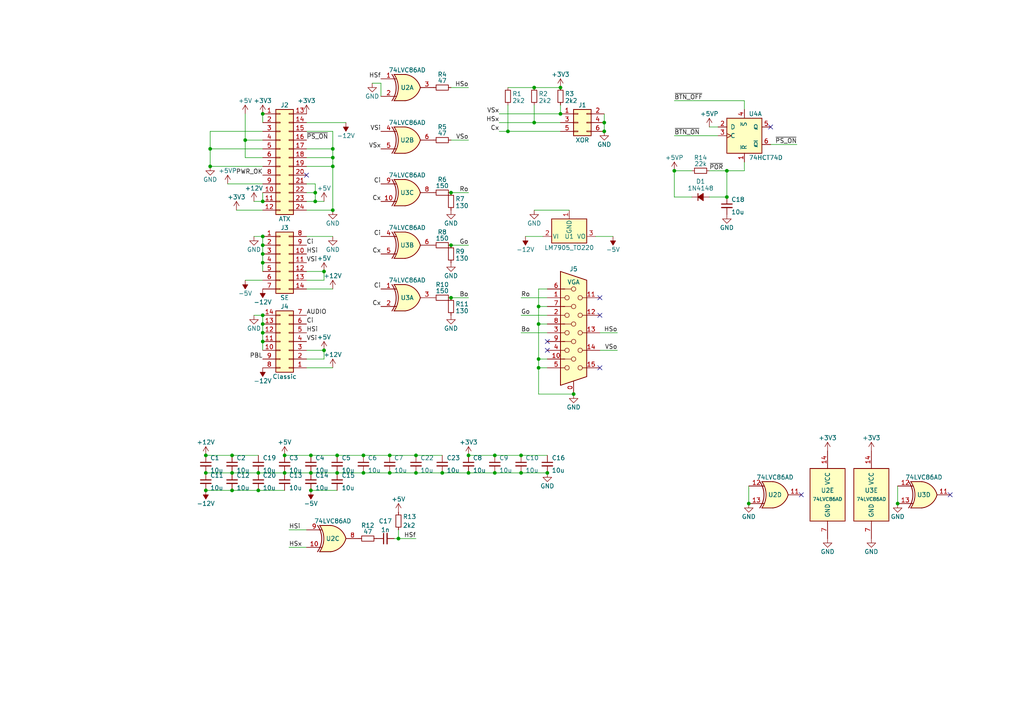
<source format=kicad_sch>
(kicad_sch (version 20230121) (generator eeschema)
  (paper "A4")
  (lib_symbols
    (symbol "+5VP_1" (power) (pin_names (offset 0))
      (property "Value" "+5VP_1" (at 0 3.556 0))
      (symbol "+5VP_1_1_1"
        (pin power_in line (at 0 0 90) (length 0) hide (name "+5VP") (number "1"))
      )
    )
    (symbol "74xx:74LS74" (pin_names (offset 1.016))
      (property "Reference" "U" (at -7.62 8.89 0))
      (property "Value" "74LS74" (at -7.62 -8.89 0))
      (symbol "74LS74_1_0"
        (pin input line (at 0 -7.62 90) (length 2.54) (name "~{R}") (number "1"))
        (pin input line (at -7.62 2.54 0) (length 2.54) (name "D") (number "2"))
        (pin input clock (at -7.62 0 0) (length 2.54) (name "C") (number "3"))
        (pin input line (at 0 7.62 270) (length 2.54) (name "~{S}") (number "4"))
        (pin output line (at 7.62 2.54 180) (length 2.54) (name "Q") (number "5"))
        (pin output line (at 7.62 -2.54 180) (length 2.54) (name "~{Q}") (number "6"))
      )
      (symbol "74LS74_2_0"
        (pin input line (at 0 7.62 270) (length 2.54) (name "~{S}") (number "10"))
        (pin input clock (at -7.62 0 0) (length 2.54) (name "C") (number "11"))
        (pin input line (at -7.62 2.54 0) (length 2.54) (name "D") (number "12"))
        (pin input line (at 0 -7.62 90) (length 2.54) (name "~{R}") (number "13"))
        (pin output line (at 7.62 -2.54 180) (length 2.54) (name "~{Q}") (number "8"))
        (pin output line (at 7.62 2.54 180) (length 2.54) (name "Q") (number "9"))
      )
      (symbol "74LS74_3_0"
        (pin power_in line (at 0 10.16 270) (length 2.54) (name "VCC") (number "14"))
        (pin power_in line (at 0 -10.16 90) (length 2.54) (name "GND") (number "7"))
      )
    )
    (symbol "74xx:74LS86" (pin_names (offset 1.016))
      (property "Reference" "U" (at 0 1.27 0))
      (property "Value" "74LS86" (at 0 -1.27 0))
      (symbol "74LS86_1_0"
        (pin input line (at -7.62 2.54 0) (length 4.445) (name "~") (number "1"))
        (pin input line (at -7.62 -2.54 0) (length 4.445) (name "~") (number "2"))
        (pin output line (at 7.62 0 180) (length 3.81) (name "~") (number "3"))
      )
      (symbol "74LS86_2_0"
        (pin input line (at -7.62 2.54 0) (length 4.445) (name "~") (number "4"))
        (pin input line (at -7.62 -2.54 0) (length 4.445) (name "~") (number "5"))
        (pin output line (at 7.62 0 180) (length 3.81) (name "~") (number "6"))
      )
      (symbol "74LS86_3_0"
        (pin input line (at -7.62 -2.54 0) (length 4.445) (name "~") (number "10"))
        (pin output line (at 7.62 0 180) (length 3.81) (name "~") (number "8"))
        (pin input line (at -7.62 2.54 0) (length 4.445) (name "~") (number "9"))
      )
      (symbol "74LS86_4_0"
        (pin output line (at 7.62 0 180) (length 3.81) (name "~") (number "11"))
        (pin input line (at -7.62 2.54 0) (length 4.445) (name "~") (number "12"))
        (pin input line (at -7.62 -2.54 0) (length 4.445) (name "~") (number "13"))
      )
      (symbol "74LS86_5_0"
        (pin power_in line (at 0 12.7 270) (length 5.08) (name "VCC") (number "14"))
        (pin power_in line (at 0 -12.7 90) (length 5.08) (name "GND") (number "7"))
      )
    )
    (symbol "Connector:DB15_Female_HighDensity_MountingHoles" (pin_names (offset 1.016) hide)
      (property "Reference" "J" (at 0 21.59 0))
      (property "Value" "DB15_Female_HighDensity_MountingHoles" (at 0 19.05 0))
      (symbol "DB15_Female_HighDensity_MountingHoles_1_1"
        (pin passive line (at 0 -17.78 90) (length 3.81) (name "~") (number "0"))
        (pin passive line (at -7.62 10.16 0) (length 5.08) (name "~") (number "1"))
        (pin passive line (at -7.62 -7.62 0) (length 5.08) (name "~") (number "10"))
        (pin passive line (at 7.62 10.16 180) (length 5.08) (name "~") (number "11"))
        (pin passive line (at 7.62 5.08 180) (length 5.08) (name "~") (number "12"))
        (pin passive line (at 7.62 0 180) (length 5.08) (name "~") (number "13"))
        (pin passive line (at 7.62 -5.08 180) (length 5.08) (name "~") (number "14"))
        (pin passive line (at 7.62 -10.16 180) (length 5.08) (name "~") (number "15"))
        (pin passive line (at -7.62 5.08 0) (length 5.08) (name "~") (number "2"))
        (pin passive line (at -7.62 0 0) (length 5.08) (name "~") (number "3"))
        (pin passive line (at -7.62 -5.08 0) (length 5.08) (name "~") (number "4"))
        (pin passive line (at -7.62 -10.16 0) (length 5.08) (name "~") (number "5"))
        (pin passive line (at -7.62 12.7 0) (length 5.08) (name "~") (number "6"))
        (pin passive line (at -7.62 7.62 0) (length 5.08) (name "~") (number "7"))
        (pin passive line (at -7.62 2.54 0) (length 5.08) (name "~") (number "8"))
        (pin passive line (at -7.62 -2.54 0) (length 5.08) (name "~") (number "9"))
      )
    )
    (symbol "Connector_Generic:Conn_02x03_Odd_Even" (pin_names (offset 1.016) hide)
      (property "Reference" "J" (at 1.27 5.08 0))
      (property "Value" "Conn_02x03_Odd_Even" (at 1.27 -5.08 0))
      (symbol "Conn_02x03_Odd_Even_1_1"
        (pin passive line (at -5.08 2.54 0) (length 3.81) (name "Pin_1") (number "1"))
        (pin passive line (at 7.62 2.54 180) (length 3.81) (name "Pin_2") (number "2"))
        (pin passive line (at -5.08 0 0) (length 3.81) (name "Pin_3") (number "3"))
        (pin passive line (at 7.62 0 180) (length 3.81) (name "Pin_4") (number "4"))
        (pin passive line (at -5.08 -2.54 0) (length 3.81) (name "Pin_5") (number "5"))
        (pin passive line (at 7.62 -2.54 180) (length 3.81) (name "Pin_6") (number "6"))
      )
    )
    (symbol "Connector_Generic:Conn_02x07_Top_Bottom" (pin_names (offset 1.016) hide)
      (property "Reference" "J" (at 1.27 10.16 0))
      (property "Value" "Conn_02x07_Top_Bottom" (at 1.27 -10.16 0))
      (symbol "Conn_02x07_Top_Bottom_1_1"
        (pin passive line (at -5.08 7.62 0) (length 3.81) (name "Pin_1") (number "1"))
        (pin passive line (at 7.62 2.54 180) (length 3.81) (name "Pin_10") (number "10"))
        (pin passive line (at 7.62 0 180) (length 3.81) (name "Pin_11") (number "11"))
        (pin passive line (at 7.62 -2.54 180) (length 3.81) (name "Pin_12") (number "12"))
        (pin passive line (at 7.62 -5.08 180) (length 3.81) (name "Pin_13") (number "13"))
        (pin passive line (at 7.62 -7.62 180) (length 3.81) (name "Pin_14") (number "14"))
        (pin passive line (at -5.08 5.08 0) (length 3.81) (name "Pin_2") (number "2"))
        (pin passive line (at -5.08 2.54 0) (length 3.81) (name "Pin_3") (number "3"))
        (pin passive line (at -5.08 0 0) (length 3.81) (name "Pin_4") (number "4"))
        (pin passive line (at -5.08 -2.54 0) (length 3.81) (name "Pin_5") (number "5"))
        (pin passive line (at -5.08 -5.08 0) (length 3.81) (name "Pin_6") (number "6"))
        (pin passive line (at -5.08 -7.62 0) (length 3.81) (name "Pin_7") (number "7"))
        (pin passive line (at 7.62 7.62 180) (length 3.81) (name "Pin_8") (number "8"))
        (pin passive line (at 7.62 5.08 180) (length 3.81) (name "Pin_9") (number "9"))
      )
    )
    (symbol "Connector_Generic:Conn_02x12_Top_Bottom" (pin_names (offset 1.016) hide)
      (property "Reference" "J" (at 1.27 15.24 0))
      (property "Value" "Conn_02x12_Top_Bottom" (at 1.27 -17.78 0))
      (symbol "Conn_02x12_Top_Bottom_1_1"
        (pin passive line (at -5.08 12.7 0) (length 3.81) (name "Pin_1") (number "1"))
        (pin passive line (at -5.08 -10.16 0) (length 3.81) (name "Pin_10") (number "10"))
        (pin passive line (at -5.08 -12.7 0) (length 3.81) (name "Pin_11") (number "11"))
        (pin passive line (at -5.08 -15.24 0) (length 3.81) (name "Pin_12") (number "12"))
        (pin passive line (at 7.62 12.7 180) (length 3.81) (name "Pin_13") (number "13"))
        (pin passive line (at 7.62 10.16 180) (length 3.81) (name "Pin_14") (number "14"))
        (pin passive line (at 7.62 7.62 180) (length 3.81) (name "Pin_15") (number "15"))
        (pin passive line (at 7.62 5.08 180) (length 3.81) (name "Pin_16") (number "16"))
        (pin passive line (at 7.62 2.54 180) (length 3.81) (name "Pin_17") (number "17"))
        (pin passive line (at 7.62 0 180) (length 3.81) (name "Pin_18") (number "18"))
        (pin passive line (at 7.62 -2.54 180) (length 3.81) (name "Pin_19") (number "19"))
        (pin passive line (at -5.08 10.16 0) (length 3.81) (name "Pin_2") (number "2"))
        (pin passive line (at 7.62 -5.08 180) (length 3.81) (name "Pin_20") (number "20"))
        (pin passive line (at 7.62 -7.62 180) (length 3.81) (name "Pin_21") (number "21"))
        (pin passive line (at 7.62 -10.16 180) (length 3.81) (name "Pin_22") (number "22"))
        (pin passive line (at 7.62 -12.7 180) (length 3.81) (name "Pin_23") (number "23"))
        (pin passive line (at 7.62 -15.24 180) (length 3.81) (name "Pin_24") (number "24"))
        (pin passive line (at -5.08 7.62 0) (length 3.81) (name "Pin_3") (number "3"))
        (pin passive line (at -5.08 5.08 0) (length 3.81) (name "Pin_4") (number "4"))
        (pin passive line (at -5.08 2.54 0) (length 3.81) (name "Pin_5") (number "5"))
        (pin passive line (at -5.08 0 0) (length 3.81) (name "Pin_6") (number "6"))
        (pin passive line (at -5.08 -2.54 0) (length 3.81) (name "Pin_7") (number "7"))
        (pin passive line (at -5.08 -5.08 0) (length 3.81) (name "Pin_8") (number "8"))
        (pin passive line (at -5.08 -7.62 0) (length 3.81) (name "Pin_9") (number "9"))
      )
    )
    (symbol "Device:C_Small" (pin_numbers hide) (pin_names (offset 0.254) hide)
      (property "Reference" "C" (at 0.254 1.778 0))
      (property "Value" "C_Small" (at 0.254 -2.032 0))
      (symbol "C_Small_1_1"
        (pin passive line (at 0 2.54 270) (length 2.032) (name "~") (number "1"))
        (pin passive line (at 0 -2.54 90) (length 2.032) (name "~") (number "2"))
      )
    )
    (symbol "Device:D_Small_Filled" (pin_numbers hide) (pin_names (offset 0.254) hide)
      (property "Reference" "D" (at -1.27 2.032 0))
      (property "Value" "D_Small_Filled" (at -3.81 -2.032 0))
      (symbol "D_Small_Filled_1_1"
        (pin passive line (at -2.54 0 0) (length 1.778) (name "K") (number "1"))
        (pin passive line (at 2.54 0 180) (length 1.778) (name "A") (number "2"))
      )
    )
    (symbol "Device:R_Small" (pin_numbers hide) (pin_names (offset 0.254) hide)
      (property "Reference" "R" (at 0.762 0.508 0))
      (property "Value" "R_Small" (at 0.762 -1.016 0))
      (symbol "R_Small_1_1"
        (pin passive line (at 0 2.54 270) (length 0.762) (name "~") (number "1"))
        (pin passive line (at 0 -2.54 90) (length 0.762) (name "~") (number "2"))
      )
    )
    (symbol "Regulator_Linear:LM7905_TO220" (pin_names (offset 0.254))
      (property "Reference" "U" (at -3.81 -3.175 0))
      (property "Value" "LM7905_TO220" (at 0 -3.175 0))
      (symbol "LM7905_TO220_1_1"
        (pin power_in line (at 0 7.62 270) (length 2.54) (name "GND") (number "1"))
        (pin power_in line (at -7.62 0 0) (length 2.54) (name "VI") (number "2"))
        (pin power_out line (at 7.62 0 180) (length 2.54) (name "VO") (number "3"))
      )
    )
    (symbol "power:+12V" (power) (pin_names (offset 0))
      (property "Value" "+12V" (at 0 3.556 0))
      (symbol "+12V_1_1"
        (pin power_in line (at 0 0 90) (length 0) hide (name "+12V") (number "1"))
      )
    )
    (symbol "power:+3V3" (power) (pin_names (offset 0))
      (property "Value" "+3V3" (at 0 3.556 0))
      (symbol "+3V3_1_1"
        (pin power_in line (at 0 0 90) (length 0) hide (name "+3V3") (number "1"))
      )
    )
    (symbol "power:+5V" (power) (pin_names (offset 0))
      (property "Value" "+5V" (at 0 3.556 0))
      (symbol "+5V_1_1"
        (pin power_in line (at 0 0 90) (length 0) hide (name "+5V") (number "1"))
      )
    )
    (symbol "power:+5VP" (power) (pin_names (offset 0))
      (property "Value" "+5VP" (at 0 3.556 0))
      (symbol "+5VP_1_1"
        (pin power_in line (at 0 0 90) (length 0) hide (name "+5VP") (number "1"))
      )
    )
    (symbol "power:-12V" (power) (pin_names (offset 0))
      (property "Value" "-12V" (at 0 3.81 0))
      (symbol "-12V_0_0"
        (pin power_in line (at 0 0 90) (length 0) hide (name "-12V") (number "1"))
      )
    )
    (symbol "power:-5V" (power) (pin_names (offset 0))
      (property "Value" "-5V" (at 0 3.81 0))
      (symbol "-5V_0_0"
        (pin power_in line (at 0 0 90) (length 0) hide (name "-5V") (number "1"))
      )
    )
    (symbol "power:GND" (power) (pin_names (offset 0))
      (property "Value" "GND" (at 0 -3.81 0))
      (symbol "GND_1_1"
        (pin power_in line (at 0 0 270) (length 0) hide (name "GND") (number "1"))
      )
    )
  )
  (junction (at 151.13 132.08))
  (junction (at 96.52 45.72))
  (junction (at 130.81 55.88))
  (junction (at 67.31 132.08))
  (junction (at 162.56 25.4))
  (junction (at 105.41 132.08))
  (junction (at 156.21 88.9))
  (junction (at 162.56 33.02))
  (junction (at 156.21 104.14))
  (junction (at 120.65 137.16))
  (junction (at 115.57 156.21))
  (junction (at 97.79 132.08))
  (junction (at 76.2 93.98))
  (junction (at 135.89 132.08))
  (junction (at 90.17 142.24))
  (junction (at 91.44 55.88))
  (junction (at 67.31 142.24))
  (junction (at 105.41 137.16))
  (junction (at 143.51 132.08))
  (junction (at 59.69 137.16))
  (junction (at 96.52 48.26))
  (junction (at 210.82 57.15))
  (junction (at 96.52 43.18))
  (junction (at 130.81 71.12))
  (junction (at 151.13 137.16))
  (junction (at 156.21 106.68))
  (junction (at 175.26 35.56))
  (junction (at 260.35 146.05))
  (junction (at 154.94 35.56))
  (junction (at 158.75 137.16))
  (junction (at 195.58 49.53))
  (junction (at 76.2 33.02))
  (junction (at 82.55 137.16))
  (junction (at 74.93 142.24))
  (junction (at 76.2 68.58))
  (junction (at 93.98 101.6))
  (junction (at 113.03 137.16))
  (junction (at 147.32 38.1))
  (junction (at 76.2 76.2))
  (junction (at 76.2 99.06))
  (junction (at 210.82 49.53))
  (junction (at 67.31 137.16))
  (junction (at 60.96 48.26))
  (junction (at 217.17 146.05))
  (junction (at 76.2 71.12))
  (junction (at 120.65 132.08))
  (junction (at 76.2 73.66))
  (junction (at 96.52 60.96))
  (junction (at 74.93 137.16))
  (junction (at 93.98 78.74))
  (junction (at 97.79 137.16))
  (junction (at 76.2 96.52))
  (junction (at 166.37 114.3))
  (junction (at 76.2 58.42))
  (junction (at 71.12 40.64))
  (junction (at 90.17 137.16))
  (junction (at 154.94 25.4))
  (junction (at 128.27 137.16))
  (junction (at 130.81 86.36))
  (junction (at 143.51 137.16))
  (junction (at 175.26 38.1))
  (junction (at 90.17 132.08))
  (junction (at 135.89 137.16))
  (junction (at 82.55 132.08))
  (junction (at 91.44 58.42))
  (junction (at 113.03 132.08))
  (junction (at 76.2 91.44))
  (junction (at 59.69 142.24))
  (junction (at 60.96 43.18))
  (junction (at 156.21 93.98))
  (junction (at 59.69 132.08))
  (no_connect (at 223.52 36.83))
  (no_connect (at 158.75 101.6))
  (no_connect (at 158.75 99.06))
  (no_connect (at 173.99 91.44))
  (no_connect (at 173.99 86.36))
  (no_connect (at 173.99 106.68))
  (no_connect (at 88.9 50.8))
  (no_connect (at 232.41 143.51))
  (no_connect (at 275.59 143.51))
  (wire (pts (xy 83.82 158.75) (xy 88.9 158.75)))
  (wire (pts (xy 67.31 132.08) (xy 74.93 132.08)))
  (wire (pts (xy 205.74 49.53) (xy 210.82 49.53)))
  (wire (pts (xy 88.9 53.34) (xy 91.44 53.34)))
  (wire (pts (xy 60.96 38.1) (xy 76.2 38.1)))
  (wire (pts (xy 110.49 24.13) (xy 110.49 27.94)))
  (wire (pts (xy 71.12 40.64) (xy 71.12 45.72)))
  (wire (pts (xy 175.26 35.56) (xy 175.26 38.1)))
  (wire (pts (xy 66.04 53.34) (xy 76.2 53.34)))
  (wire (pts (xy 128.27 137.16) (xy 135.89 137.16)))
  (wire (pts (xy 151.13 86.36) (xy 158.75 86.36)))
  (wire (pts (xy 260.35 140.97) (xy 260.35 146.05)))
  (wire (pts (xy 152.4 68.58) (xy 157.48 68.58)))
  (wire (pts (xy 135.89 132.08) (xy 143.51 132.08)))
  (wire (pts (xy 59.69 132.08) (xy 67.31 132.08)))
  (wire (pts (xy 156.21 106.68) (xy 158.75 106.68)))
  (wire (pts (xy 156.21 93.98) (xy 158.75 93.98)))
  (wire (pts (xy 156.21 88.9) (xy 158.75 88.9)))
  (wire (pts (xy 60.96 43.18) (xy 76.2 43.18)))
  (wire (pts (xy 88.9 101.6) (xy 93.98 101.6)))
  (wire (pts (xy 76.2 68.58) (xy 76.2 71.12)))
  (wire (pts (xy 113.03 137.16) (xy 120.65 137.16)))
  (wire (pts (xy 215.9 29.21) (xy 215.9 31.75)))
  (wire (pts (xy 130.81 71.12) (xy 135.89 71.12)))
  (wire (pts (xy 60.96 43.18) (xy 60.96 38.1)))
  (wire (pts (xy 151.13 132.08) (xy 158.75 132.08)))
  (wire (pts (xy 91.44 55.88) (xy 91.44 58.42)))
  (wire (pts (xy 90.17 142.24) (xy 97.79 142.24)))
  (wire (pts (xy 88.9 60.96) (xy 96.52 60.96)))
  (wire (pts (xy 195.58 49.53) (xy 195.58 57.15)))
  (wire (pts (xy 88.9 68.58) (xy 96.52 68.58)))
  (wire (pts (xy 223.52 41.91) (xy 231.14 41.91)))
  (wire (pts (xy 210.82 49.53) (xy 215.9 49.53)))
  (wire (pts (xy 195.58 29.21) (xy 215.9 29.21)))
  (wire (pts (xy 88.9 35.56) (xy 100.33 35.56)))
  (wire (pts (xy 156.21 83.82) (xy 156.21 88.9)))
  (wire (pts (xy 88.9 55.88) (xy 91.44 55.88)))
  (wire (pts (xy 88.9 38.1) (xy 96.52 38.1)))
  (wire (pts (xy 93.98 104.14) (xy 93.98 101.6)))
  (wire (pts (xy 88.9 104.14) (xy 93.98 104.14)))
  (wire (pts (xy 107.95 24.13) (xy 110.49 24.13)))
  (wire (pts (xy 143.51 132.08) (xy 151.13 132.08)))
  (wire (pts (xy 90.17 132.08) (xy 97.79 132.08)))
  (wire (pts (xy 151.13 137.16) (xy 158.75 137.16)))
  (wire (pts (xy 93.98 81.28) (xy 93.98 78.74)))
  (wire (pts (xy 130.81 55.88) (xy 135.89 55.88)))
  (wire (pts (xy 88.9 48.26) (xy 96.52 48.26)))
  (wire (pts (xy 195.58 49.53) (xy 200.66 49.53)))
  (wire (pts (xy 205.74 57.15) (xy 210.82 57.15)))
  (wire (pts (xy 97.79 132.08) (xy 105.41 132.08)))
  (wire (pts (xy 156.21 104.14) (xy 158.75 104.14)))
  (wire (pts (xy 158.75 83.82) (xy 156.21 83.82)))
  (wire (pts (xy 67.31 137.16) (xy 74.93 137.16)))
  (wire (pts (xy 91.44 58.42) (xy 93.98 58.42)))
  (wire (pts (xy 91.44 58.42) (xy 88.9 58.42)))
  (wire (pts (xy 76.2 33.02) (xy 76.2 35.56)))
  (wire (pts (xy 105.41 132.08) (xy 113.03 132.08)))
  (wire (pts (xy 113.03 132.08) (xy 120.65 132.08)))
  (wire (pts (xy 210.82 49.53) (xy 210.82 57.15)))
  (wire (pts (xy 82.55 137.16) (xy 90.17 137.16)))
  (wire (pts (xy 130.81 40.64) (xy 135.89 40.64)))
  (wire (pts (xy 76.2 76.2) (xy 76.2 78.74)))
  (wire (pts (xy 115.57 156.21) (xy 120.65 156.21)))
  (wire (pts (xy 147.32 30.48) (xy 147.32 38.1)))
  (wire (pts (xy 105.41 137.16) (xy 113.03 137.16)))
  (wire (pts (xy 88.9 43.18) (xy 96.52 43.18)))
  (wire (pts (xy 143.51 137.16) (xy 151.13 137.16)))
  (wire (pts (xy 217.17 140.97) (xy 217.17 146.05)))
  (wire (pts (xy 76.2 96.52) (xy 76.2 99.06)))
  (wire (pts (xy 91.44 53.34) (xy 91.44 55.88)))
  (wire (pts (xy 120.65 132.08) (xy 128.27 132.08)))
  (wire (pts (xy 59.69 137.16) (xy 67.31 137.16)))
  (wire (pts (xy 68.58 60.96) (xy 76.2 60.96)))
  (wire (pts (xy 76.2 73.66) (xy 76.2 76.2)))
  (wire (pts (xy 96.52 43.18) (xy 96.52 45.72)))
  (wire (pts (xy 71.12 81.28) (xy 76.2 81.28)))
  (wire (pts (xy 76.2 91.44) (xy 76.2 93.98)))
  (wire (pts (xy 88.9 81.28) (xy 93.98 81.28)))
  (wire (pts (xy 67.31 142.24) (xy 74.93 142.24)))
  (wire (pts (xy 144.78 33.02) (xy 162.56 33.02)))
  (wire (pts (xy 175.26 33.02) (xy 175.26 35.56)))
  (wire (pts (xy 83.82 153.67) (xy 88.9 153.67)))
  (wire (pts (xy 97.79 137.16) (xy 105.41 137.16)))
  (wire (pts (xy 154.94 35.56) (xy 154.94 30.48)))
  (wire (pts (xy 195.58 57.15) (xy 200.66 57.15)))
  (wire (pts (xy 120.65 137.16) (xy 128.27 137.16)))
  (wire (pts (xy 76.2 93.98) (xy 76.2 96.52)))
  (wire (pts (xy 90.17 137.16) (xy 97.79 137.16)))
  (wire (pts (xy 173.99 101.6) (xy 179.07 101.6)))
  (wire (pts (xy 195.58 39.37) (xy 208.28 39.37)))
  (wire (pts (xy 60.96 48.26) (xy 76.2 48.26)))
  (wire (pts (xy 88.9 83.82) (xy 96.52 83.82)))
  (wire (pts (xy 156.21 104.14) (xy 156.21 106.68)))
  (wire (pts (xy 88.9 78.74) (xy 93.98 78.74)))
  (wire (pts (xy 96.52 48.26) (xy 96.52 60.96)))
  (wire (pts (xy 76.2 71.12) (xy 76.2 73.66)))
  (wire (pts (xy 71.12 45.72) (xy 76.2 45.72)))
  (wire (pts (xy 147.32 38.1) (xy 162.56 38.1)))
  (wire (pts (xy 73.66 58.42) (xy 76.2 58.42)))
  (wire (pts (xy 144.78 35.56) (xy 154.94 35.56)))
  (wire (pts (xy 151.13 91.44) (xy 158.75 91.44)))
  (wire (pts (xy 74.93 142.24) (xy 82.55 142.24)))
  (wire (pts (xy 154.94 35.56) (xy 162.56 35.56)))
  (wire (pts (xy 76.2 58.42) (xy 76.2 55.88)))
  (wire (pts (xy 154.94 25.4) (xy 162.56 25.4)))
  (wire (pts (xy 130.81 86.36) (xy 135.89 86.36)))
  (wire (pts (xy 154.94 60.96) (xy 165.1 60.96)))
  (wire (pts (xy 144.78 38.1) (xy 147.32 38.1)))
  (wire (pts (xy 205.74 36.83) (xy 208.28 36.83)))
  (wire (pts (xy 96.52 45.72) (xy 96.52 48.26)))
  (wire (pts (xy 173.99 96.52) (xy 179.07 96.52)))
  (wire (pts (xy 130.81 25.4) (xy 135.89 25.4)))
  (wire (pts (xy 82.55 132.08) (xy 90.17 132.08)))
  (wire (pts (xy 59.69 142.24) (xy 67.31 142.24)))
  (wire (pts (xy 71.12 33.02) (xy 71.12 40.64)))
  (wire (pts (xy 151.13 96.52) (xy 158.75 96.52)))
  (wire (pts (xy 73.66 91.44) (xy 76.2 91.44)))
  (wire (pts (xy 96.52 38.1) (xy 96.52 43.18)))
  (wire (pts (xy 115.57 153.67) (xy 115.57 156.21)))
  (wire (pts (xy 162.56 33.02) (xy 162.56 30.48)))
  (wire (pts (xy 166.37 114.3) (xy 156.21 114.3)))
  (wire (pts (xy 76.2 99.06) (xy 76.2 101.6)))
  (wire (pts (xy 60.96 48.26) (xy 60.96 43.18)))
  (wire (pts (xy 147.32 25.4) (xy 154.94 25.4)))
  (wire (pts (xy 156.21 114.3) (xy 156.21 106.68)))
  (wire (pts (xy 114.3 156.21) (xy 115.57 156.21)))
  (wire (pts (xy 135.89 137.16) (xy 143.51 137.16)))
  (wire (pts (xy 88.9 106.68) (xy 96.52 106.68)))
  (wire (pts (xy 74.93 137.16) (xy 82.55 137.16)))
  (wire (pts (xy 71.12 40.64) (xy 76.2 40.64)))
  (wire (pts (xy 156.21 93.98) (xy 156.21 104.14)))
  (wire (pts (xy 156.21 88.9) (xy 156.21 93.98)))
  (wire (pts (xy 88.9 45.72) (xy 96.52 45.72)))
  (wire (pts (xy 73.66 68.58) (xy 76.2 68.58)))
  (wire (pts (xy 172.72 68.58) (xy 177.8 68.58)))
  (wire (pts (xy 215.9 49.53) (xy 215.9 46.99)))
  (label "VSi" (at 88.9 76.2 0))
  (label "Cx" (at 144.78 38.1 180))
  (label "HSo" (at 179.07 96.52 180))
  (label "~{BTN_ON}" (at 195.58 39.37 0))
  (label "Ro" (at 151.13 86.36 0))
  (label "Bo" (at 151.13 96.52 0))
  (label "Go" (at 151.13 91.44 0))
  (label "Ci" (at 88.9 93.98 0))
  (label "PBL" (at 76.2 104.14 180))
  (label "Ci" (at 110.49 53.34 180))
  (label "Go" (at 135.89 71.12 180))
  (label "Ci" (at 88.9 71.12 0))
  (label "PWR_OK" (at 76.2 50.8 180))
  (label "VSx" (at 110.49 43.18 180))
  (label "Cx" (at 110.49 73.66 180))
  (label "VSo" (at 179.07 101.6 180))
  (label "Cx" (at 110.49 88.9 180))
  (label "VSo" (at 135.89 40.64 180))
  (label "~{BTN_OFF}" (at 195.58 29.21 0))
  (label "~{PS_ON}" (at 231.14 41.91 180))
  (label "Cx" (at 110.49 58.42 180))
  (label "HSi" (at 83.82 153.67 0))
  (label "Ci" (at 110.49 83.82 180))
  (label "HSi" (at 88.9 96.52 0))
  (label "Bo" (at 135.89 86.36 180))
  (label "VSi" (at 88.9 99.06 0))
  (label "HSx" (at 144.78 35.56 180))
  (label "HSi" (at 88.9 73.66 0))
  (label "VSx" (at 144.78 33.02 180))
  (label "HSf" (at 110.49 22.86 180))
  (label "~{PS_ON}" (at 88.9 40.64 0))
  (label "Ro" (at 135.89 55.88 180))
  (label "HSx" (at 83.82 158.75 0))
  (label "HSo" (at 135.89 25.4 180))
  (label "VSi" (at 110.49 38.1 180))
  (label "~{POR}" (at 205.74 49.53 0))
  (label "HSf" (at 120.65 156.21 180))
  (label "AUDIO" (at 88.9 91.44 0))
  (label "Ci" (at 110.49 68.58 180))
  (symbol (lib_id "power:+3V3") (at 252.73 130.81 0) (unit 1)
    (property "Reference" "#PWR0118" (effects hide))
    (property "Value" "+3V3" (at 252.73 127 0))
  )
  (symbol (lib_id "Device:C_Small") (at 151.13 134.62 0) (unit 1)
    (property "Reference" "C10" (at 152.4 132.08 0) (effects (justify left top)))
    (property "Value" "10u" (at 152.4 137.16 0) (effects (justify left bottom)))
    (property "Footprint" "stdpads:C_0805" (effects hide))
    (property "LCSC Part" "C15850" (effects hide))
  )
  (symbol (lib_id "power:-12V") (at 76.2 106.68 180) (unit 1)
    (property "Reference" "#PWR05" (effects hide))
    (property "Value" "-12V" (at 76.2 110.49 0))
  )
  (symbol (lib_id "power:-5V") (at 71.12 81.28 180) (unit 1)
    (property "Reference" "#PWR0109" (effects hide))
    (property "Value" "-5V" (at 71.12 85.09 0))
  )
  (symbol (lib_id "Device:C_Small") (at 74.93 139.7 0) (unit 1)
    (property "Reference" "C20" (at 76.2 137.16 0) (effects (justify left top)))
    (property "Value" "10u" (at 76.2 142.24 0) (effects (justify left bottom)))
    (property "Footprint" "stdpads:C_0805" (effects hide))
    (property "LCSC Part" "C15850" (effects hide))
  )
  (symbol (lib_id "74xx:74LS86") (at 224.79 143.51 0) (unit 4)
    (property "Reference" "U2" (at 224.79 143.51 0))
    (property "Value" "74LVC86AD" (at 224.79 138.43 0))
    (property "Footprint" "stdpads:SOIC-14_3.9mm" (effects hide))
    (property "Datasheet" "74xx/74ls86.pdf" (effects hide))
    (property "LCSC Part" "C548853" (effects hide))
  )
  (symbol (lib_name "+5VP_1") (lib_id "power:+5VP") (at 205.74 36.83 0) (unit 1)
    (property "Reference" "#PWR03" (effects hide))
    (property "Value" "+5VP" (at 205.74 33.02 0))
  )
  (symbol (lib_id "power:-12V") (at 76.2 83.82 180) (unit 1)
    (property "Reference" "#PWR0110" (effects hide))
    (property "Value" "-12V" (at 76.2 87.63 0))
  )
  (symbol (lib_id "power:+12V") (at 73.66 58.42 0) (unit 1)
    (property "Reference" "#PWR0129" (effects hide))
    (property "Value" "+12V" (at 73.66 54.61 0))
  )
  (symbol (lib_id "power:GND") (at 166.37 114.3 0) (unit 1)
    (property "Reference" "#PWR0135" (effects hide))
    (property "Value" "GND" (at 166.37 118.11 0))
  )
  (symbol (lib_id "Device:C_Small") (at 90.17 134.62 0) (unit 1)
    (property "Reference" "C4" (at 91.44 132.08 0) (effects (justify left top)))
    (property "Value" "10u" (at 91.44 137.16 0) (effects (justify left bottom)))
    (property "Footprint" "stdpads:C_0805" (effects hide))
    (property "LCSC Part" "C15850" (effects hide))
  )
  (symbol (lib_id "74xx:74LS86") (at 118.11 40.64 0) (unit 2)
    (property "Reference" "U2" (at 118.11 40.64 0))
    (property "Value" "74LVC86AD" (at 118.11 35.56 0))
    (property "Footprint" "stdpads:SOIC-14_3.9mm" (effects hide))
    (property "Datasheet" "74xx/74ls86.pdf" (effects hide))
    (property "LCSC Part" "C548853" (effects hide))
  )
  (symbol (lib_id "74xx:74LS86") (at 118.11 55.88 0) (unit 3)
    (property "Reference" "U3" (at 118.11 55.88 0))
    (property "Value" "74LVC86AD" (at 118.11 50.8 0))
    (property "Footprint" "stdpads:SOIC-14_3.9mm" (effects hide))
    (property "Datasheet" "74xx/74ls86.pdf" (effects hide))
    (property "LCSC Part" "C548853" (effects hide))
  )
  (symbol (lib_id "Device:C_Small") (at 111.76 156.21 90) (unit 1)
    (property "Reference" "C17" (at 111.7663 151.13 90))
    (property "Value" "1n" (at 111.7663 153.67 90))
    (property "Footprint" "stdpads:C_0805" (effects hide))
    (property "LCSC Part" "C15850" (effects hide))
  )
  (symbol (lib_id "power:-5V") (at 90.17 142.24 180) (unit 1)
    (property "Reference" "#PWR0121" (effects hide))
    (property "Value" "-5V" (at 90.17 146.05 0))
  )
  (symbol (lib_id "power:GND") (at 175.26 38.1 0) (unit 1)
    (property "Reference" "#PWR0101" (effects hide))
    (property "Value" "GND" (at 175.26 41.91 0))
  )
  (symbol (lib_id "Device:C_Small") (at 158.75 134.62 0) (unit 1)
    (property "Reference" "C16" (at 160.02 132.08 0) (effects (justify left top)))
    (property "Value" "10u" (at 160.02 137.16 0) (effects (justify left bottom)))
    (property "Footprint" "stdpads:C_0805" (effects hide))
    (property "LCSC Part" "C15850" (effects hide))
  )
  (symbol (lib_id "74xx:74LS86") (at 118.11 71.12 0) (unit 2)
    (property "Reference" "U3" (at 118.11 71.12 0))
    (property "Value" "74LVC86AD" (at 118.11 66.04 0))
    (property "Footprint" "stdpads:SOIC-14_3.9mm" (effects hide))
    (property "Datasheet" "74xx/74ls86.pdf" (effects hide))
    (property "LCSC Part" "C548853" (effects hide))
  )
  (symbol (lib_id "power:-12V") (at 59.69 142.24 180) (unit 1)
    (property "Reference" "#PWR0120" (effects hide))
    (property "Value" "-12V" (at 59.69 146.05 0))
  )
  (symbol (lib_id "Device:C_Small") (at 135.89 134.62 0) (unit 1)
    (property "Reference" "C8" (at 137.16 132.08 0) (effects (justify left top)))
    (property "Value" "10u" (at 137.16 137.16 0) (effects (justify left bottom)))
    (property "Footprint" "stdpads:C_0805" (effects hide))
    (property "LCSC Part" "C15850" (effects hide))
  )
  (symbol (lib_id "power:+5V") (at 93.98 78.74 0) (unit 1)
    (property "Reference" "#PWR0107" (effects hide))
    (property "Value" "+5V" (at 93.98 74.93 0))
  )
  (symbol (lib_id "Device:C_Small") (at 82.55 134.62 0) (unit 1)
    (property "Reference" "C3" (at 83.82 132.08 0) (effects (justify left top)))
    (property "Value" "10u" (at 83.82 137.16 0) (effects (justify left bottom)))
    (property "Footprint" "stdpads:C_0805" (effects hide))
    (property "LCSC Part" "C15850" (effects hide))
  )
  (symbol (lib_id "power:GND") (at 154.94 60.96 0) (unit 1)
    (property "Reference" "#PWR0103" (effects hide))
    (property "Value" "GND" (at 154.94 64.77 0))
  )
  (symbol (lib_id "74xx:74LS86") (at 252.73 143.51 0) (unit 5)
    (property "Reference" "U3" (at 252.73 142.24 0))
    (property "Value" "74LVC86AD" (at 252.73 144.78 0) (effects (font (size 1.016 1.016))))
    (property "Footprint" "stdpads:SOIC-14_3.9mm" (effects hide))
    (property "Datasheet" "74xx/74ls86.pdf" (effects hide))
    (property "LCSC Part" "C548853" (effects hide))
  )
  (symbol (lib_id "power:+5V") (at 93.98 101.6 0) (unit 1)
    (property "Reference" "#PWR06" (effects hide))
    (property "Value" "+5V" (at 93.98 97.79 0))
  )
  (symbol (lib_id "Device:C_Small") (at 120.65 134.62 0) (unit 1)
    (property "Reference" "C22" (at 121.92 132.08 0) (effects (justify left top)))
    (property "Value" "10u" (at 121.92 137.16 0) (effects (justify left bottom)))
    (property "Footprint" "stdpads:C_0805" (effects hide))
    (property "LCSC Part" "C15850" (effects hide))
  )
  (symbol (lib_id "Device:R_Small") (at 147.32 27.94 180) (unit 1)
    (property "Reference" "R1" (at 148.59 27.94 0) (effects (justify right top)))
    (property "Value" "2k2" (at 148.59 29.21 0) (effects (justify right)))
    (property "Footprint" "stdpads:R_0805" (effects hide))
    (property "LCSC Part" "C17513" (effects hide))
  )
  (symbol (lib_id "Device:C_Small") (at 113.03 134.62 0) (unit 1)
    (property "Reference" "C7" (at 114.3 132.08 0) (effects (justify left top)))
    (property "Value" "10u" (at 114.3 137.16 0) (effects (justify left bottom)))
    (property "Footprint" "stdpads:C_0805" (effects hide))
    (property "LCSC Part" "C15850" (effects hide))
  )
  (symbol (lib_id "power:+5V") (at 115.57 148.59 0) (unit 1)
    (property "Reference" "#PWR01" (effects hide))
    (property "Value" "+5V" (at 115.57 144.78 0))
  )
  (symbol (lib_id "Device:R_Small") (at 128.27 40.64 90) (unit 1)
    (property "Reference" "R5" (at 128.27 36.83 90))
    (property "Value" "47" (at 128.27 39.37 90) (effects (justify top)))
    (property "Footprint" "stdpads:R_0805" (effects hide))
    (property "LCSC Part" "C17714" (effects hide))
  )
  (symbol (lib_id "Device:D_Small_Filled") (at 203.2 57.15 0) (unit 1)
    (property "Reference" "D1" (at 203.2 53.34 0) (effects (justify bottom)))
    (property "Value" "1N4148" (at 203.2 54.61 0))
    (property "Sim.Device" "D" (effects hide))
    (property "Sim.Pins" "1=K 2=A" (effects hide))
  )
  (symbol (lib_id "Device:C_Small") (at 97.79 134.62 0) (unit 1)
    (property "Reference" "C5" (at 99.06 132.08 0) (effects (justify left top)))
    (property "Value" "10u" (at 99.06 137.16 0) (effects (justify left bottom)))
    (property "Footprint" "stdpads:C_0805" (effects hide))
    (property "LCSC Part" "C15850" (effects hide))
  )
  (symbol (lib_id "Device:R_Small") (at 130.81 58.42 180) (unit 1)
    (property "Reference" "R7" (at 132.08 58.42 0) (effects (justify right top)))
    (property "Value" "130" (at 132.08 59.69 0) (effects (justify right)))
    (property "Footprint" "stdpads:R_0805" (effects hide))
    (property "LCSC Part" "C17437" (effects hide))
  )
  (symbol (lib_id "Connector_Generic:Conn_02x07_Top_Bottom") (at 83.82 99.06 180) (unit 1)
    (property "Reference" "J4" (at 82.55 88.9 0))
    (property "Value" "Classic" (at 82.55 109.22 0))
    (property "Footprint" "stdpads:Molex_Mini-Fit_Jr_5569-14A1_2x07_P4.20mm_Horizontal" (effects hide))
    (property "LCSC Part" "C52216" (effects hide))
  )
  (symbol (lib_id "Device:C_Small") (at 143.51 134.62 0) (unit 1)
    (property "Reference" "C9" (at 144.78 132.08 0) (effects (justify left top)))
    (property "Value" "10u" (at 144.78 137.16 0) (effects (justify left bottom)))
    (property "Footprint" "stdpads:C_0805" (effects hide))
    (property "LCSC Part" "C15850" (effects hide))
  )
  (symbol (lib_id "74xx:74LS86") (at 240.03 143.51 0) (unit 5)
    (property "Reference" "U2" (at 240.03 142.24 0))
    (property "Value" "74LVC86AD" (at 240.03 144.78 0) (effects (font (size 1.016 1.016))))
    (property "Footprint" "stdpads:SOIC-14_3.9mm" (effects hide))
    (property "Datasheet" "74xx/74ls86.pdf" (effects hide))
    (property "LCSC Part" "C548853" (effects hide))
  )
  (symbol (lib_id "Device:R_Small") (at 115.57 151.13 0) (unit 1)
    (property "Reference" "R13" (at 116.84 149.86 0) (effects (justify left)))
    (property "Value" "2k2" (at 116.84 152.4 0) (effects (justify left)))
    (property "Footprint" "stdpads:R_0805" (effects hide))
    (property "LCSC Part" "C17714" (effects hide))
  )
  (symbol (lib_id "Device:R_Small") (at 128.27 86.36 90) (unit 1)
    (property "Reference" "R10" (at 128.27 82.55 90))
    (property "Value" "150" (at 128.27 85.09 90) (effects (justify top)))
    (property "Footprint" "stdpads:R_0805" (effects hide))
    (property "LCSC Part" "C17471" (effects hide))
  )
  (symbol (lib_id "Device:C_Small") (at 74.93 134.62 0) (unit 1)
    (property "Reference" "C19" (at 76.2 132.08 0) (effects (justify left top)))
    (property "Value" "10u" (at 76.2 137.16 0) (effects (justify left bottom)))
    (property "Footprint" "stdpads:C_0805" (effects hide))
    (property "LCSC Part" "C15850" (effects hide))
  )
  (symbol (lib_id "power:+5V") (at 93.98 58.42 0) (unit 1)
    (property "Reference" "#PWR0132" (effects hide))
    (property "Value" "+5V" (at 93.98 54.61 0))
    (property "Footprint" "Connector_Molex:Molex_Mini-Fit_Jr_5569-14A1_2x07_P4.20mm_Horizontal" (effects hide))
  )
  (symbol (lib_id "power:+3V3") (at 88.9 33.02 0) (unit 1)
    (property "Reference" "#PWR0131" (effects hide))
    (property "Value" "+3V3" (at 88.9 29.21 0))
  )
  (symbol (lib_id "Device:C_Small") (at 210.82 59.69 0) (unit 1)
    (property "Reference" "C18" (at 212.09 57.15 0) (effects (justify left top)))
    (property "Value" "10u" (at 212.09 62.23 0) (effects (justify left bottom)))
    (property "Footprint" "stdpads:C_0805" (effects hide))
    (property "LCSC Part" "C15850" (effects hide))
  )
  (symbol (lib_name "+5VP_1") (lib_id "power:+5VP") (at 195.58 49.53 0) (unit 1)
    (property "Reference" "#PWR09" (effects hide))
    (property "Value" "+5VP" (at 195.58 45.72 0))
  )
  (symbol (lib_id "power:+12V") (at 96.52 83.82 0) (unit 1)
    (property "Reference" "#PWR0111" (effects hide))
    (property "Value" "+12V" (at 96.52 80.01 0))
  )
  (symbol (lib_id "Connector_Generic:Conn_02x12_Top_Bottom") (at 81.28 45.72 0) (unit 1)
    (property "Reference" "J2" (at 82.55 30.48 0))
    (property "Value" "ATX" (at 82.55 63.5 0))
    (property "Footprint" "Connector_Molex:Molex_Mini-Fit_Jr_5569-24A1_2x12_P4.20mm_Horizontal" (effects hide))
    (property "LCSC Part" "C477841" (effects hide))
  )
  (symbol (lib_id "power:+3V3") (at 76.2 33.02 0) (unit 1)
    (property "Reference" "#PWR0133" (effects hide))
    (property "Value" "+3V3" (at 76.2 29.21 0))
  )
  (symbol (lib_id "Device:C_Small") (at 128.27 134.62 0) (unit 1)
    (property "Reference" "C23" (at 129.54 132.08 0) (effects (justify left top)))
    (property "Value" "10u" (at 129.54 137.16 0) (effects (justify left bottom)))
    (property "Footprint" "stdpads:C_0805" (effects hide))
    (property "LCSC Part" "C15850" (effects hide))
  )
  (symbol (lib_id "power:+5V") (at 71.12 33.02 0) (unit 1)
    (property "Reference" "#PWR0134" (effects hide))
    (property "Value" "+5V" (at 71.12 29.21 0))
  )
  (symbol (lib_id "power:GND") (at 107.95 24.13 0) (unit 1)
    (property "Reference" "#PWR02" (effects hide))
    (property "Value" "GND" (at 107.95 27.94 0))
  )
  (symbol (lib_id "power:GND") (at 96.52 68.58 0) (unit 1)
    (property "Reference" "#PWR0106" (effects hide))
    (property "Value" "GND" (at 96.52 72.39 0))
  )
  (symbol (lib_id "Regulator_Linear:LM7905_TO220") (at 165.1 68.58 0) (unit 1)
    (property "Reference" "U1" (at 165.1 68.58 0))
    (property "Value" "LM7905_TO220" (at 165.1 71.12 0) (effects (justify top)))
    (property "Footprint" "stdpads:TO-220-3_Horizontal_TabDown" (effects hide))
    (property "Datasheet" "https://www.onsemi.com/pub/Collateral/MC7900-D.PDF" (effects hide))
    (property "LCSC Part" "C9411" (effects hide))
  )
  (symbol (lib_id "Device:R_Small") (at 154.94 27.94 180) (unit 1)
    (property "Reference" "R2" (at 156.21 27.94 0) (effects (justify right top)))
    (property "Value" "2k2" (at 156.21 29.21 0) (effects (justify right)))
    (property "Footprint" "stdpads:R_0805" (effects hide))
    (property "LCSC Part" "C17513" (effects hide))
  )
  (symbol (lib_id "power:-5V") (at 177.8 68.58 180) (unit 1)
    (property "Reference" "#PWR0102" (effects hide))
    (property "Value" "-5V" (at 177.8 72.39 0))
  )
  (symbol (lib_id "74xx:74LS86") (at 118.11 86.36 0) (unit 1)
    (property "Reference" "U3" (at 118.11 86.36 0))
    (property "Value" "74LVC86AD" (at 118.11 81.28 0))
    (property "Footprint" "stdpads:SOIC-14_3.9mm" (effects hide))
    (property "Datasheet" "74xx/74ls86.pdf" (effects hide))
    (property "LCSC Part" "C548853" (effects hide))
  )
  (symbol (lib_id "Device:R_Small") (at 128.27 71.12 90) (unit 1)
    (property "Reference" "R8" (at 128.27 67.31 90))
    (property "Value" "150" (at 128.27 69.85 90) (effects (justify top)))
    (property "Footprint" "stdpads:R_0805" (effects hide))
    (property "LCSC Part" "C17471" (effects hide))
  )
  (symbol (lib_id "power:GND") (at 252.73 156.21 0) (unit 1)
    (property "Reference" "#PWR0119" (effects hide))
    (property "Value" "GND" (at 252.73 160.02 0))
  )
  (symbol (lib_id "Device:R_Small") (at 130.81 88.9 180) (unit 1)
    (property "Reference" "R11" (at 132.08 88.9 0) (effects (justify right top)))
    (property "Value" "130" (at 132.08 90.17 0) (effects (justify right)))
    (property "Footprint" "stdpads:R_0805" (effects hide))
    (property "LCSC Part" "C17437" (effects hide))
  )
  (symbol (lib_id "power:GND") (at 130.81 60.96 0) (unit 1)
    (property "Reference" "#PWR0114" (effects hide))
    (property "Value" "GND" (at 130.81 64.77 0))
  )
  (symbol (lib_id "Connector_Generic:Conn_02x07_Top_Bottom") (at 81.28 76.2 0) (unit 1)
    (property "Reference" "J3" (at 82.55 66.04 0))
    (property "Value" "SE" (at 82.55 86.36 0))
    (property "Footprint" "stdpads:Molex_Mini-Fit_Jr_5569-14A1_2x07_P4.20mm_Horizontal" (effects hide))
    (property "LCSC Part" "C52216" (effects hide))
  )
  (symbol (lib_id "Connector:DB15_Female_HighDensity_MountingHoles") (at 166.37 96.52 0) (unit 1)
    (property "Reference" "J5" (at 166.37 78.74 0) (effects (justify bottom)))
    (property "Value" "VGA" (at 166.37 82.55 0) (effects (justify bottom)))
    (property "Footprint" "Connector_Dsub:DSUB-15-HD_Female_Horizontal_P2.29x1.98mm_EdgePinOffset3.03mm_Housed_MountingHolesOffset4.94mm" (effects hide))
    (property "Datasheet" " ~" (effects hide))
    (property "LCSC Part" "C75754" (effects hide))
  )
  (symbol (lib_id "Device:R_Small") (at 130.81 73.66 180) (unit 1)
    (property "Reference" "R9" (at 132.08 73.66 0) (effects (justify right top)))
    (property "Value" "130" (at 132.08 74.93 0) (effects (justify right)))
    (property "Footprint" "stdpads:R_0805" (effects hide))
    (property "LCSC Part" "C17437" (effects hide))
  )
  (symbol (lib_id "74xx:74LS74") (at 215.9 39.37 0) (unit 1)
    (property "Reference" "U4" (at 217.17 33.02 0) (effects (justify left)))
    (property "Value" "74HCT74D" (at 217.17 45.72 0) (effects (justify left)))
    (property "Datasheet" "74xx/74hc_hct74.pdf" (effects hide))
  )
  (symbol (lib_id "Device:C_Small") (at 90.17 139.7 0) (unit 1)
    (property "Reference" "C14" (at 91.44 137.16 0) (effects (justify left top)))
    (property "Value" "10u" (at 91.44 142.24 0) (effects (justify left bottom)))
    (property "Footprint" "stdpads:C_0805" (effects hide))
    (property "LCSC Part" "C15850" (effects hide))
  )
  (symbol (lib_id "power:GND") (at 73.66 68.58 0) (unit 1)
    (property "Reference" "#PWR0108" (effects hide))
    (property "Value" "GND" (at 73.66 72.39 0))
  )
  (symbol (lib_id "power:-12V") (at 100.33 35.56 180) (unit 1)
    (property "Reference" "#PWR0113" (effects hide))
    (property "Value" "-12V" (at 100.33 39.37 0))
  )
  (symbol (lib_id "power:GND") (at 210.82 62.23 0) (unit 1)
    (property "Reference" "#PWR07" (effects hide))
    (property "Value" "GND" (at 210.82 66.04 0))
  )
  (symbol (lib_id "Device:C_Small") (at 59.69 134.62 0) (unit 1)
    (property "Reference" "C1" (at 60.96 132.08 0) (effects (justify left top)))
    (property "Value" "10u" (at 60.96 137.16 0) (effects (justify left bottom)))
    (property "Footprint" "stdpads:C_0805" (effects hide))
    (property "LCSC Part" "C15850" (effects hide))
  )
  (symbol (lib_id "Device:C_Small") (at 67.31 134.62 0) (unit 1)
    (property "Reference" "C2" (at 68.58 132.08 0) (effects (justify left top)))
    (property "Value" "10u" (at 68.58 137.16 0) (effects (justify left bottom)))
    (property "Footprint" "stdpads:C_0805" (effects hide))
    (property "LCSC Part" "C15850" (effects hide))
  )
  (symbol (lib_id "Device:R_Small") (at 128.27 25.4 90) (unit 1)
    (property "Reference" "R4" (at 128.27 21.59 90))
    (property "Value" "47" (at 128.27 24.13 90) (effects (justify top)))
    (property "Footprint" "stdpads:R_0805" (effects hide))
    (property "LCSC Part" "C17714" (effects hide))
  )
  (symbol (lib_id "power:+12V") (at 59.69 132.08 0) (unit 1)
    (property "Reference" "#PWR0137" (effects hide))
    (property "Value" "+12V" (at 59.69 128.27 0))
  )
  (symbol (lib_id "Device:C_Small") (at 59.69 139.7 0) (unit 1)
    (property "Reference" "C11" (at 60.96 137.16 0) (effects (justify left top)))
    (property "Value" "10u" (at 60.96 142.24 0) (effects (justify left bottom)))
    (property "Footprint" "stdpads:C_0805" (effects hide))
    (property "LCSC Part" "C15850" (effects hide))
  )
  (symbol (lib_id "power:GND") (at 217.17 146.05 0) (unit 1)
    (property "Reference" "#PWR0122" (effects hide))
    (property "Value" "GND" (at 217.17 149.86 0))
  )
  (symbol (lib_id "power:+3V3") (at 240.03 130.81 0) (unit 1)
    (property "Reference" "#PWR0117" (effects hide))
    (property "Value" "+3V3" (at 240.03 127 0))
  )
  (symbol (lib_id "power:GND") (at 60.96 48.26 0) (unit 1)
    (property "Reference" "#PWR0128" (effects hide))
    (property "Value" "GND" (at 60.96 52.07 0))
  )
  (symbol (lib_id "Device:R_Small") (at 128.27 55.88 90) (unit 1)
    (property "Reference" "R6" (at 128.27 52.07 90))
    (property "Value" "150" (at 128.27 54.61 90) (effects (justify top)))
    (property "Footprint" "stdpads:R_0805" (effects hide))
    (property "LCSC Part" "C17471" (effects hide))
  )
  (symbol (lib_id "Device:C_Small") (at 82.55 139.7 0) (unit 1)
    (property "Reference" "C13" (at 83.82 137.16 0) (effects (justify left top)))
    (property "Value" "10u" (at 83.82 142.24 0) (effects (justify left bottom)))
    (property "Footprint" "stdpads:C_0805" (effects hide))
    (property "LCSC Part" "C15850" (effects hide))
  )
  (symbol (lib_id "power:GND") (at 96.52 60.96 0) (unit 1)
    (property "Reference" "#PWR0112" (effects hide))
    (property "Value" "GND" (at 96.52 64.77 0))
  )
  (symbol (lib_id "power:+3V3") (at 68.58 60.96 0) (unit 1)
    (property "Reference" "#PWR0130" (effects hide))
    (property "Value" "+3V3" (at 68.58 57.15 0))
  )
  (symbol (lib_id "Device:R_Small") (at 203.2 49.53 90) (unit 1)
    (property "Reference" "R14" (at 203.2 45.72 90))
    (property "Value" "22k" (at 203.2 48.26 90) (effects (justify top)))
    (property "Footprint" "stdpads:R_0805" (effects hide))
    (property "LCSC Part" "C17471" (effects hide))
  )
  (symbol (lib_id "Device:C_Small") (at 105.41 134.62 0) (unit 1)
    (property "Reference" "C6" (at 106.68 132.08 0) (effects (justify left top)))
    (property "Value" "10u" (at 106.68 137.16 0) (effects (justify left bottom)))
    (property "Footprint" "stdpads:C_0805" (effects hide))
    (property "LCSC Part" "C15850" (effects hide))
  )
  (symbol (lib_id "power:GND") (at 130.81 91.44 0) (unit 1)
    (property "Reference" "#PWR0123" (effects hide))
    (property "Value" "GND" (at 130.81 95.25 0))
  )
  (symbol (lib_id "power:+3V3") (at 162.56 25.4 0) (unit 1)
    (property "Reference" "#PWR0105" (effects hide))
    (property "Value" "+3V3" (at 162.56 21.59 0))
  )
  (symbol (lib_id "Device:C_Small") (at 67.31 139.7 0) (unit 1)
    (property "Reference" "C12" (at 68.58 137.16 0) (effects (justify left top)))
    (property "Value" "10u" (at 68.58 142.24 0) (effects (justify left bottom)))
    (property "Footprint" "stdpads:C_0805" (effects hide))
    (property "LCSC Part" "C15850" (effects hide))
  )
  (symbol (lib_id "power:GND") (at 158.75 137.16 0) (unit 1)
    (property "Reference" "#PWR0125" (effects hide))
    (property "Value" "GND" (at 158.75 140.97 0))
  )
  (symbol (lib_id "Connector_Generic:Conn_02x03_Odd_Even") (at 167.64 35.56 0) (unit 1)
    (property "Reference" "J1" (at 168.91 30.48 0))
    (property "Value" "XOR" (at 168.91 40.64 0))
    (property "Footprint" "Connector_PinHeader_2.54mm:PinHeader_2x03_P2.54mm_Vertical" (effects hide))
    (property "LCSC Part" "C65114" (effects hide))
  )
  (symbol (lib_id "power:GND") (at 240.03 156.21 0) (unit 1)
    (property "Reference" "#PWR0116" (effects hide))
    (property "Value" "GND" (at 240.03 160.02 0))
  )
  (symbol (lib_id "power:GND") (at 130.81 76.2 0) (unit 1)
    (property "Reference" "#PWR0126" (effects hide))
    (property "Value" "GND" (at 130.81 80.01 0))
  )
  (symbol (lib_id "power:+5VP") (at 66.04 53.34 0) (unit 1)
    (property "Reference" "#PWR0127" (effects hide))
    (property "Value" "+5VP" (at 66.04 49.53 0))
  )
  (symbol (lib_id "74xx:74LS86") (at 267.97 143.51 0) (unit 4)
    (property "Reference" "U3" (at 267.97 143.51 0))
    (property "Value" "74LVC86AD" (at 267.97 138.43 0))
    (property "Footprint" "stdpads:SOIC-14_3.9mm" (effects hide))
    (property "Datasheet" "74xx/74ls86.pdf" (effects hide))
    (property "LCSC Part" "C548853" (effects hide))
  )
  (symbol (lib_id "74xx:74LS86") (at 118.11 25.4 0) (unit 1)
    (property "Reference" "U2" (at 118.11 25.4 0))
    (property "Value" "74LVC86AD" (at 118.11 20.32 0))
    (property "Footprint" "stdpads:SOIC-14_3.9mm" (effects hide))
    (property "Datasheet" "74xx/74ls86.pdf" (effects hide))
    (property "LCSC Part" "C548853" (effects hide))
  )
  (symbol (lib_id "power:+5V") (at 82.55 132.08 0) (unit 1)
    (property "Reference" "#PWR0136" (effects hide))
    (property "Value" "+5V" (at 82.55 128.27 0))
  )
  (symbol (lib_id "power:-12V") (at 152.4 68.58 180) (unit 1)
    (property "Reference" "#PWR0104" (effects hide))
    (property "Value" "-12V" (at 152.4 72.39 0))
  )
  (symbol (lib_id "power:GND") (at 260.35 146.05 0) (unit 1)
    (property "Reference" "#PWR0115" (effects hide))
    (property "Value" "GND" (at 260.35 149.86 0))
  )
  (symbol (lib_id "Device:C_Small") (at 97.79 139.7 0) (unit 1)
    (property "Reference" "C15" (at 99.06 137.16 0) (effects (justify left top)))
    (property "Value" "10u" (at 99.06 142.24 0) (effects (justify left bottom)))
    (property "Footprint" "stdpads:C_0805" (effects hide))
    (property "LCSC Part" "C15850" (effects hide))
  )
  (symbol (lib_id "power:+12V") (at 96.52 106.68 0) (unit 1)
    (property "Reference" "#PWR08" (effects hide))
    (property "Value" "+12V" (at 96.52 102.87 0))
  )
  (symbol (lib_id "power:GND") (at 73.66 91.44 0) (unit 1)
    (property "Reference" "#PWR04" (effects hide))
    (property "Value" "GND" (at 73.66 95.25 0))
  )
  (symbol (lib_id "Device:R_Small") (at 162.56 27.94 180) (unit 1)
    (property "Reference" "R3" (at 163.83 27.94 0) (effects (justify right top)))
    (property "Value" "2k2" (at 163.83 29.21 0) (effects (justify right)))
    (property "Footprint" "stdpads:R_0805" (effects hide))
    (property "LCSC Part" "C17513" (effects hide))
  )
  (symbol (lib_id "Device:R_Small") (at 106.68 156.21 90) (unit 1)
    (property "Reference" "R12" (at 106.68 152.4 90))
    (property "Value" "47" (at 106.68 154.94 90) (effects (justify top)))
    (property "Footprint" "stdpads:R_0805" (effects hide))
    (property "LCSC Part" "C17471" (effects hide))
  )
  (symbol (lib_id "74xx:74LS86") (at 96.52 156.21 0) (unit 3)
    (property "Reference" "U2" (at 96.52 156.21 0))
    (property "Value" "74LVC86AD" (at 96.52 151.13 0))
    (property "Footprint" "stdpads:SOIC-14_3.9mm" (effects hide))
    (property "Datasheet" "74xx/74ls86.pdf" (effects hide))
    (property "LCSC Part" "C548853" (effects hide))
  )
  (symbol (lib_id "power:+3V3") (at 135.89 132.08 0) (unit 1)
    (property "Reference" "#PWR0124" (effects hide))
    (property "Value" "+3V3" (at 135.89 128.27 0))
  )
)
</source>
